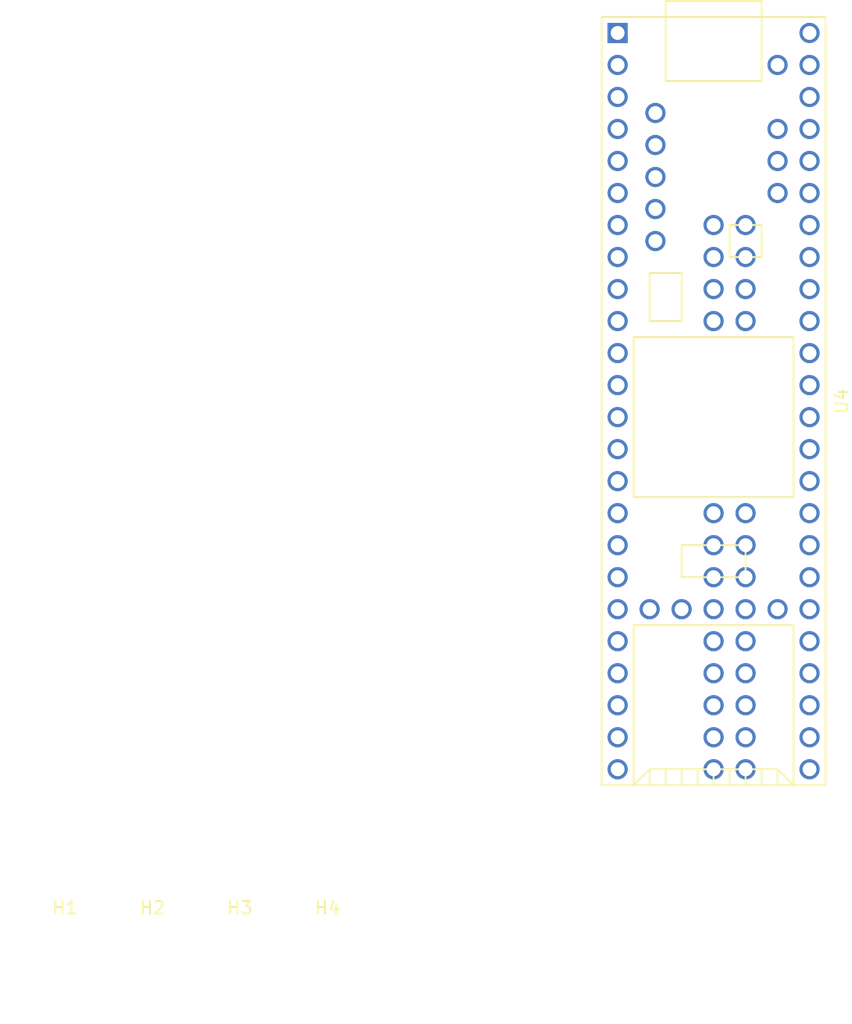
<source format=kicad_pcb>
(kicad_pcb (version 20171130) (host pcbnew "(5.0.1)-4")

  (general
    (thickness 1.6)
    (drawings 0)
    (tracks 0)
    (zones 0)
    (modules 5)
    (nets 86)
  )

  (page A4)
  (layers
    (0 F.Cu signal)
    (31 B.Cu signal)
    (32 B.Adhes user)
    (33 F.Adhes user)
    (34 B.Paste user)
    (35 F.Paste user)
    (36 B.SilkS user)
    (37 F.SilkS user)
    (38 B.Mask user)
    (39 F.Mask user)
    (40 Dwgs.User user)
    (41 Cmts.User user)
    (42 Eco1.User user)
    (43 Eco2.User user)
    (44 Edge.Cuts user)
    (45 Margin user)
    (46 B.CrtYd user)
    (47 F.CrtYd user)
    (48 B.Fab user)
    (49 F.Fab user)
  )

  (setup
    (last_trace_width 0.25)
    (trace_clearance 0.2)
    (zone_clearance 0.508)
    (zone_45_only no)
    (trace_min 0.2)
    (segment_width 0.2)
    (edge_width 0.15)
    (via_size 0.8)
    (via_drill 0.4)
    (via_min_size 0.4)
    (via_min_drill 0.3)
    (uvia_size 0.3)
    (uvia_drill 0.1)
    (uvias_allowed no)
    (uvia_min_size 0.2)
    (uvia_min_drill 0.1)
    (pcb_text_width 0.3)
    (pcb_text_size 1.5 1.5)
    (mod_edge_width 0.15)
    (mod_text_size 0.000001 0.000001)
    (mod_text_width 0.15)
    (pad_size 1.4 1.4)
    (pad_drill 0.6)
    (pad_to_mask_clearance 0.051)
    (solder_mask_min_width 0.25)
    (aux_axis_origin 0 0)
    (visible_elements FFFFFF7F)
    (pcbplotparams
      (layerselection 0x010fc_ffffffff)
      (usegerberextensions false)
      (usegerberattributes false)
      (usegerberadvancedattributes false)
      (creategerberjobfile false)
      (excludeedgelayer true)
      (linewidth 0.100000)
      (plotframeref false)
      (viasonmask false)
      (mode 1)
      (useauxorigin false)
      (hpglpennumber 1)
      (hpglpenspeed 20)
      (hpglpendiameter 15.000000)
      (psnegative false)
      (psa4output false)
      (plotreference true)
      (plotvalue true)
      (plotinvisibletext false)
      (padsonsilk false)
      (subtractmaskfromsilk false)
      (outputformat 1)
      (mirror false)
      (drillshape 1)
      (scaleselection 1)
      (outputdirectory ""))
  )

  (net 0 "")
  (net 1 "Net-(U4-Pad17)")
  (net 2 "Net-(U4-Pad18)")
  (net 3 "Net-(U4-Pad19)")
  (net 4 "Net-(U4-Pad20)")
  (net 5 "Net-(U4-Pad16)")
  (net 6 "Net-(U4-Pad15)")
  (net 7 "Net-(U4-Pad14)")
  (net 8 "Net-(U4-Pad21)")
  (net 9 "Net-(U4-Pad22)")
  (net 10 "Net-(U4-Pad23)")
  (net 11 "Net-(U4-Pad24)")
  (net 12 "Net-(U4-Pad25)")
  (net 13 "Net-(U4-Pad26)")
  (net 14 "Net-(U4-Pad27)")
  (net 15 "Net-(U4-Pad28)")
  (net 16 "Net-(U4-Pad29)")
  (net 17 "Net-(U4-Pad30)")
  (net 18 "Net-(U4-Pad31)")
  (net 19 "Net-(U4-Pad32)")
  (net 20 "Net-(U4-Pad33)")
  (net 21 "Net-(U4-Pad34)")
  (net 22 "Net-(U4-Pad35)")
  (net 23 "Net-(U4-Pad36)")
  (net 24 "Net-(U4-Pad37)")
  (net 25 "Net-(U4-Pad13)")
  (net 26 "Net-(U4-Pad12)")
  (net 27 "Net-(U4-Pad11)")
  (net 28 "Net-(U4-Pad10)")
  (net 29 "Net-(U4-Pad9)")
  (net 30 "Net-(U4-Pad8)")
  (net 31 "Net-(U4-Pad7)")
  (net 32 "Net-(U4-Pad6)")
  (net 33 "Net-(U4-Pad5)")
  (net 34 "Net-(U4-Pad4)")
  (net 35 "Net-(U4-Pad3)")
  (net 36 "Net-(U4-Pad2)")
  (net 37 GND)
  (net 38 "Net-(U4-Pad38)")
  (net 39 "Net-(U4-Pad39)")
  (net 40 "Net-(U4-Pad40)")
  (net 41 "Net-(U4-Pad41)")
  (net 42 "Net-(U4-Pad42)")
  (net 43 "Net-(U4-Pad43)")
  (net 44 "Net-(U4-Pad44)")
  (net 45 "Net-(U4-Pad45)")
  (net 46 "Net-(U4-Pad46)")
  (net 47 "Net-(U4-Pad47)")
  (net 48 "Net-(U4-Pad48)")
  (net 49 "Net-(U4-Pad49)")
  (net 50 "Net-(U4-Pad50)")
  (net 51 "Net-(U4-Pad51)")
  (net 52 "Net-(U4-Pad52)")
  (net 53 "Net-(U4-Pad53)")
  (net 54 "Net-(U4-Pad54)")
  (net 55 "Net-(U4-Pad55)")
  (net 56 "Net-(U4-Pad56)")
  (net 57 "Net-(U4-Pad57)")
  (net 58 "Net-(U4-Pad63)")
  (net 59 "Net-(U4-Pad64)")
  (net 60 "Net-(U4-Pad65)")
  (net 61 "Net-(U4-Pad66)")
  (net 62 "Net-(U4-Pad67)")
  (net 63 "Net-(U4-Pad68)")
  (net 64 "Net-(U4-Pad69)")
  (net 65 "Net-(U4-Pad70)")
  (net 66 "Net-(U4-Pad71)")
  (net 67 "Net-(U4-Pad72)")
  (net 68 "Net-(U4-Pad73)")
  (net 69 "Net-(U4-Pad74)")
  (net 70 "Net-(U4-Pad75)")
  (net 71 "Net-(U4-Pad76)")
  (net 72 "Net-(U4-Pad77)")
  (net 73 "Net-(U4-Pad78)")
  (net 74 "Net-(U4-Pad79)")
  (net 75 "Net-(U4-Pad80)")
  (net 76 "Net-(U4-Pad81)")
  (net 77 "Net-(U4-Pad82)")
  (net 78 "Net-(U4-Pad83)")
  (net 79 "Net-(U4-Pad84)")
  (net 80 "Net-(U4-Pad85)")
  (net 81 "Net-(U4-Pad86)")
  (net 82 "Net-(U4-Pad58)")
  (net 83 "Net-(U4-Pad59)")
  (net 84 "Net-(U4-Pad60)")
  (net 85 "Net-(U4-Pad61)")

  (net_class Default "This is the default net class."
    (clearance 0.2)
    (trace_width 0.25)
    (via_dia 0.8)
    (via_drill 0.4)
    (uvia_dia 0.3)
    (uvia_drill 0.1)
    (add_net GND)
    (add_net "Net-(U4-Pad10)")
    (add_net "Net-(U4-Pad11)")
    (add_net "Net-(U4-Pad12)")
    (add_net "Net-(U4-Pad13)")
    (add_net "Net-(U4-Pad14)")
    (add_net "Net-(U4-Pad15)")
    (add_net "Net-(U4-Pad16)")
    (add_net "Net-(U4-Pad17)")
    (add_net "Net-(U4-Pad18)")
    (add_net "Net-(U4-Pad19)")
    (add_net "Net-(U4-Pad2)")
    (add_net "Net-(U4-Pad20)")
    (add_net "Net-(U4-Pad21)")
    (add_net "Net-(U4-Pad22)")
    (add_net "Net-(U4-Pad23)")
    (add_net "Net-(U4-Pad24)")
    (add_net "Net-(U4-Pad25)")
    (add_net "Net-(U4-Pad26)")
    (add_net "Net-(U4-Pad27)")
    (add_net "Net-(U4-Pad28)")
    (add_net "Net-(U4-Pad29)")
    (add_net "Net-(U4-Pad3)")
    (add_net "Net-(U4-Pad30)")
    (add_net "Net-(U4-Pad31)")
    (add_net "Net-(U4-Pad32)")
    (add_net "Net-(U4-Pad33)")
    (add_net "Net-(U4-Pad34)")
    (add_net "Net-(U4-Pad35)")
    (add_net "Net-(U4-Pad36)")
    (add_net "Net-(U4-Pad37)")
    (add_net "Net-(U4-Pad38)")
    (add_net "Net-(U4-Pad39)")
    (add_net "Net-(U4-Pad4)")
    (add_net "Net-(U4-Pad40)")
    (add_net "Net-(U4-Pad41)")
    (add_net "Net-(U4-Pad42)")
    (add_net "Net-(U4-Pad43)")
    (add_net "Net-(U4-Pad44)")
    (add_net "Net-(U4-Pad45)")
    (add_net "Net-(U4-Pad46)")
    (add_net "Net-(U4-Pad47)")
    (add_net "Net-(U4-Pad48)")
    (add_net "Net-(U4-Pad49)")
    (add_net "Net-(U4-Pad5)")
    (add_net "Net-(U4-Pad50)")
    (add_net "Net-(U4-Pad51)")
    (add_net "Net-(U4-Pad52)")
    (add_net "Net-(U4-Pad53)")
    (add_net "Net-(U4-Pad54)")
    (add_net "Net-(U4-Pad55)")
    (add_net "Net-(U4-Pad56)")
    (add_net "Net-(U4-Pad57)")
    (add_net "Net-(U4-Pad58)")
    (add_net "Net-(U4-Pad59)")
    (add_net "Net-(U4-Pad6)")
    (add_net "Net-(U4-Pad60)")
    (add_net "Net-(U4-Pad61)")
    (add_net "Net-(U4-Pad63)")
    (add_net "Net-(U4-Pad64)")
    (add_net "Net-(U4-Pad65)")
    (add_net "Net-(U4-Pad66)")
    (add_net "Net-(U4-Pad67)")
    (add_net "Net-(U4-Pad68)")
    (add_net "Net-(U4-Pad69)")
    (add_net "Net-(U4-Pad7)")
    (add_net "Net-(U4-Pad70)")
    (add_net "Net-(U4-Pad71)")
    (add_net "Net-(U4-Pad72)")
    (add_net "Net-(U4-Pad73)")
    (add_net "Net-(U4-Pad74)")
    (add_net "Net-(U4-Pad75)")
    (add_net "Net-(U4-Pad76)")
    (add_net "Net-(U4-Pad77)")
    (add_net "Net-(U4-Pad78)")
    (add_net "Net-(U4-Pad79)")
    (add_net "Net-(U4-Pad8)")
    (add_net "Net-(U4-Pad80)")
    (add_net "Net-(U4-Pad81)")
    (add_net "Net-(U4-Pad82)")
    (add_net "Net-(U4-Pad83)")
    (add_net "Net-(U4-Pad84)")
    (add_net "Net-(U4-Pad85)")
    (add_net "Net-(U4-Pad86)")
    (add_net "Net-(U4-Pad9)")
  )

  (module MountingHole:MountingHole_3.2mm_M3 (layer F.Cu) (tedit 56D1B4CB) (tstamp 5CBED1CE)
    (at 124.475001 110.405001)
    (descr "Mounting Hole 3.2mm, no annular, M3")
    (tags "mounting hole 3.2mm no annular m3")
    (path /5CB701BB)
    (attr virtual)
    (fp_text reference H1 (at 0 -4.2) (layer F.SilkS)
      (effects (font (size 1 1) (thickness 0.15)))
    )
    (fp_text value MountingHole (at 0 4.2) (layer F.Fab)
      (effects (font (size 1 1) (thickness 0.15)))
    )
    (fp_text user %R (at 0.3 0) (layer F.Fab)
      (effects (font (size 1 1) (thickness 0.15)))
    )
    (fp_circle (center 0 0) (end 3.2 0) (layer Cmts.User) (width 0.15))
    (fp_circle (center 0 0) (end 3.45 0) (layer F.CrtYd) (width 0.05))
    (pad 1 np_thru_hole circle (at 0 0) (size 3.2 3.2) (drill 3.2) (layers *.Cu *.Mask))
  )

  (module MountingHole:MountingHole_3.2mm_M3 (layer F.Cu) (tedit 56D1B4CB) (tstamp 5CBED1D6)
    (at 131.425001 110.405001)
    (descr "Mounting Hole 3.2mm, no annular, M3")
    (tags "mounting hole 3.2mm no annular m3")
    (path /5CB704E4)
    (attr virtual)
    (fp_text reference H2 (at 0 -4.2) (layer F.SilkS)
      (effects (font (size 1 1) (thickness 0.15)))
    )
    (fp_text value MountingHole (at 0 4.2) (layer F.Fab)
      (effects (font (size 1 1) (thickness 0.15)))
    )
    (fp_circle (center 0 0) (end 3.45 0) (layer F.CrtYd) (width 0.05))
    (fp_circle (center 0 0) (end 3.2 0) (layer Cmts.User) (width 0.15))
    (fp_text user %R (at 0.3 0) (layer F.Fab)
      (effects (font (size 1 1) (thickness 0.15)))
    )
    (pad 1 np_thru_hole circle (at 0 0) (size 3.2 3.2) (drill 3.2) (layers *.Cu *.Mask))
  )

  (module MountingHole:MountingHole_3.2mm_M3 (layer F.Cu) (tedit 56D1B4CB) (tstamp 5CBED1DE)
    (at 138.375001 110.405001)
    (descr "Mounting Hole 3.2mm, no annular, M3")
    (tags "mounting hole 3.2mm no annular m3")
    (path /5CB70540)
    (attr virtual)
    (fp_text reference H3 (at 0 -4.2) (layer F.SilkS)
      (effects (font (size 1 1) (thickness 0.15)))
    )
    (fp_text value MountingHole (at 0 4.2) (layer F.Fab)
      (effects (font (size 1 1) (thickness 0.15)))
    )
    (fp_text user %R (at 0.3 0) (layer F.Fab)
      (effects (font (size 1 1) (thickness 0.15)))
    )
    (fp_circle (center 0 0) (end 3.2 0) (layer Cmts.User) (width 0.15))
    (fp_circle (center 0 0) (end 3.45 0) (layer F.CrtYd) (width 0.05))
    (pad 1 np_thru_hole circle (at 0 0) (size 3.2 3.2) (drill 3.2) (layers *.Cu *.Mask))
  )

  (module MountingHole:MountingHole_3.2mm_M3 (layer F.Cu) (tedit 56D1B4CB) (tstamp 5CBED1E6)
    (at 145.325001 110.405001)
    (descr "Mounting Hole 3.2mm, no annular, M3")
    (tags "mounting hole 3.2mm no annular m3")
    (path /5CB70598)
    (attr virtual)
    (fp_text reference H4 (at 0 -4.2) (layer F.SilkS)
      (effects (font (size 1 1) (thickness 0.15)))
    )
    (fp_text value MountingHole (at 0 4.2) (layer F.Fab)
      (effects (font (size 1 1) (thickness 0.15)))
    )
    (fp_circle (center 0 0) (end 3.45 0) (layer F.CrtYd) (width 0.05))
    (fp_circle (center 0 0) (end 3.2 0) (layer Cmts.User) (width 0.15))
    (fp_text user %R (at 0.3 0) (layer F.Fab)
      (effects (font (size 1 1) (thickness 0.15)))
    )
    (pad 1 np_thru_hole circle (at 0 0) (size 3.2 3.2) (drill 3.2) (layers *.Cu *.Mask))
  )

  (module teensy:Teensy35_36 (layer F.Cu) (tedit 58E3CF68) (tstamp 5CBED269)
    (at 176 66 270)
    (path /5CB5B701)
    (fp_text reference U4 (at 0 -10.16 270) (layer F.SilkS)
      (effects (font (size 1 1) (thickness 0.15)))
    )
    (fp_text value Teensy3.6 (at 0 10.16 270) (layer F.Fab)
      (effects (font (size 1 1) (thickness 0.15)))
    )
    (fp_line (start -13.97 -3.81) (end -13.97 -1.27) (layer F.SilkS) (width 0.15))
    (fp_line (start -13.97 -1.27) (end -11.43 -1.27) (layer F.SilkS) (width 0.15))
    (fp_line (start -11.43 -1.27) (end -11.43 -3.81) (layer F.SilkS) (width 0.15))
    (fp_line (start -11.43 -3.81) (end -13.97 -3.81) (layer F.SilkS) (width 0.15))
    (fp_line (start -6.35 5.08) (end -10.16 5.08) (layer F.SilkS) (width 0.15))
    (fp_line (start -10.16 5.08) (end -10.16 2.54) (layer F.SilkS) (width 0.15))
    (fp_line (start -10.16 2.54) (end -6.35 2.54) (layer F.SilkS) (width 0.15))
    (fp_line (start -6.35 2.54) (end -6.35 5.08) (layer F.SilkS) (width 0.15))
    (fp_line (start 7.62 6.35) (end 7.62 -6.35) (layer F.SilkS) (width 0.15))
    (fp_line (start -5.08 -6.35) (end -5.08 6.35) (layer F.SilkS) (width 0.15))
    (fp_line (start -5.08 6.35) (end 7.62 6.35) (layer F.SilkS) (width 0.15))
    (fp_line (start -5.08 -6.35) (end 7.62 -6.35) (layer F.SilkS) (width 0.15))
    (fp_line (start 29.21 5.08) (end 30.48 5.08) (layer F.SilkS) (width 0.15))
    (fp_line (start 29.21 3.81) (end 30.48 3.81) (layer F.SilkS) (width 0.15))
    (fp_line (start 29.21 2.54) (end 30.48 2.54) (layer F.SilkS) (width 0.15))
    (fp_line (start 29.21 1.27) (end 30.48 1.27) (layer F.SilkS) (width 0.15))
    (fp_line (start 29.21 0) (end 30.48 0) (layer F.SilkS) (width 0.15))
    (fp_line (start 29.21 -1.27) (end 30.48 -1.27) (layer F.SilkS) (width 0.15))
    (fp_line (start 29.21 -2.54) (end 30.48 -2.54) (layer F.SilkS) (width 0.15))
    (fp_line (start 29.21 -3.81) (end 30.48 -3.81) (layer F.SilkS) (width 0.15))
    (fp_line (start 29.21 -5.08) (end 30.48 -5.08) (layer F.SilkS) (width 0.15))
    (fp_line (start 30.48 6.35) (end 29.21 5.08) (layer F.SilkS) (width 0.15))
    (fp_line (start 29.21 5.08) (end 29.21 -5.08) (layer F.SilkS) (width 0.15))
    (fp_line (start 29.21 -5.08) (end 30.48 -6.35) (layer F.SilkS) (width 0.15))
    (fp_line (start 30.48 -6.35) (end 17.78 -6.35) (layer F.SilkS) (width 0.15))
    (fp_line (start 17.78 -6.35) (end 17.78 6.35) (layer F.SilkS) (width 0.15))
    (fp_line (start 17.78 6.35) (end 30.48 6.35) (layer F.SilkS) (width 0.15))
    (fp_line (start 30.48 -8.89) (end -30.48 -8.89) (layer F.SilkS) (width 0.15))
    (fp_line (start -30.48 8.89) (end 30.48 8.89) (layer F.SilkS) (width 0.15))
    (fp_line (start -30.48 3.81) (end -31.75 3.81) (layer F.SilkS) (width 0.15))
    (fp_line (start -31.75 3.81) (end -31.75 -3.81) (layer F.SilkS) (width 0.15))
    (fp_line (start -31.75 -3.81) (end -30.48 -3.81) (layer F.SilkS) (width 0.15))
    (fp_line (start -25.4 3.81) (end -25.4 -3.81) (layer F.SilkS) (width 0.15))
    (fp_line (start -25.4 -3.81) (end -30.48 -3.81) (layer F.SilkS) (width 0.15))
    (fp_line (start -25.4 3.81) (end -30.48 3.81) (layer F.SilkS) (width 0.15))
    (fp_line (start 13.97 -2.54) (end 13.97 2.54) (layer F.SilkS) (width 0.15))
    (fp_line (start 13.97 2.54) (end 11.43 2.54) (layer F.SilkS) (width 0.15))
    (fp_line (start 11.43 2.54) (end 11.43 -2.54) (layer F.SilkS) (width 0.15))
    (fp_line (start 11.43 -2.54) (end 13.97 -2.54) (layer F.SilkS) (width 0.15))
    (fp_line (start 30.48 -8.89) (end 30.48 8.89) (layer F.SilkS) (width 0.15))
    (fp_line (start -30.48 8.89) (end -30.48 -8.89) (layer F.SilkS) (width 0.15))
    (pad 17 thru_hole circle (at 11.43 7.62 270) (size 1.6 1.6) (drill 1.1) (layers *.Cu *.Mask)
      (net 1 "Net-(U4-Pad17)"))
    (pad 18 thru_hole circle (at 13.97 7.62 270) (size 1.6 1.6) (drill 1.1) (layers *.Cu *.Mask)
      (net 2 "Net-(U4-Pad18)"))
    (pad 19 thru_hole circle (at 16.51 7.62 270) (size 1.6 1.6) (drill 1.1) (layers *.Cu *.Mask)
      (net 3 "Net-(U4-Pad19)"))
    (pad 20 thru_hole circle (at 19.05 7.62 270) (size 1.6 1.6) (drill 1.1) (layers *.Cu *.Mask)
      (net 4 "Net-(U4-Pad20)"))
    (pad 16 thru_hole circle (at 8.89 7.62 270) (size 1.6 1.6) (drill 1.1) (layers *.Cu *.Mask)
      (net 5 "Net-(U4-Pad16)"))
    (pad 15 thru_hole circle (at 6.35 7.62 270) (size 1.6 1.6) (drill 1.1) (layers *.Cu *.Mask)
      (net 6 "Net-(U4-Pad15)"))
    (pad 14 thru_hole circle (at 3.81 7.62 270) (size 1.6 1.6) (drill 1.1) (layers *.Cu *.Mask)
      (net 7 "Net-(U4-Pad14)"))
    (pad 21 thru_hole circle (at 21.59 7.62 270) (size 1.6 1.6) (drill 1.1) (layers *.Cu *.Mask)
      (net 8 "Net-(U4-Pad21)"))
    (pad 22 thru_hole circle (at 24.13 7.62 270) (size 1.6 1.6) (drill 1.1) (layers *.Cu *.Mask)
      (net 9 "Net-(U4-Pad22)"))
    (pad 23 thru_hole circle (at 26.67 7.62 270) (size 1.6 1.6) (drill 1.1) (layers *.Cu *.Mask)
      (net 10 "Net-(U4-Pad23)"))
    (pad 24 thru_hole circle (at 29.21 7.62 270) (size 1.6 1.6) (drill 1.1) (layers *.Cu *.Mask)
      (net 11 "Net-(U4-Pad24)"))
    (pad 25 thru_hole circle (at 16.51 5.08 270) (size 1.6 1.6) (drill 1.1) (layers *.Cu *.Mask)
      (net 12 "Net-(U4-Pad25)"))
    (pad 26 thru_hole circle (at 16.51 2.54 270) (size 1.6 1.6) (drill 1.1) (layers *.Cu *.Mask)
      (net 13 "Net-(U4-Pad26)"))
    (pad 27 thru_hole circle (at 16.51 0 270) (size 1.6 1.6) (drill 1.1) (layers *.Cu *.Mask)
      (net 14 "Net-(U4-Pad27)"))
    (pad 28 thru_hole circle (at 16.51 -2.54 270) (size 1.6 1.6) (drill 1.1) (layers *.Cu *.Mask)
      (net 15 "Net-(U4-Pad28)"))
    (pad 29 thru_hole circle (at 16.51 -5.08 270) (size 1.6 1.6) (drill 1.1) (layers *.Cu *.Mask)
      (net 16 "Net-(U4-Pad29)"))
    (pad 30 thru_hole circle (at 29.21 -7.62 270) (size 1.6 1.6) (drill 1.1) (layers *.Cu *.Mask)
      (net 17 "Net-(U4-Pad30)"))
    (pad 31 thru_hole circle (at 26.67 -7.62 270) (size 1.6 1.6) (drill 1.1) (layers *.Cu *.Mask)
      (net 18 "Net-(U4-Pad31)"))
    (pad 32 thru_hole circle (at 24.13 -7.62 270) (size 1.6 1.6) (drill 1.1) (layers *.Cu *.Mask)
      (net 19 "Net-(U4-Pad32)"))
    (pad 33 thru_hole circle (at 21.59 -7.62 270) (size 1.6 1.6) (drill 1.1) (layers *.Cu *.Mask)
      (net 20 "Net-(U4-Pad33)"))
    (pad 34 thru_hole circle (at 19.05 -7.62 270) (size 1.6 1.6) (drill 1.1) (layers *.Cu *.Mask)
      (net 21 "Net-(U4-Pad34)"))
    (pad 35 thru_hole circle (at 16.51 -7.62 270) (size 1.6 1.6) (drill 1.1) (layers *.Cu *.Mask)
      (net 22 "Net-(U4-Pad35)"))
    (pad 36 thru_hole circle (at 13.97 -7.62 270) (size 1.6 1.6) (drill 1.1) (layers *.Cu *.Mask)
      (net 23 "Net-(U4-Pad36)"))
    (pad 37 thru_hole circle (at 11.43 -7.62 270) (size 1.6 1.6) (drill 1.1) (layers *.Cu *.Mask)
      (net 24 "Net-(U4-Pad37)"))
    (pad 13 thru_hole circle (at 1.27 7.62 270) (size 1.6 1.6) (drill 1.1) (layers *.Cu *.Mask)
      (net 25 "Net-(U4-Pad13)"))
    (pad 12 thru_hole circle (at -1.27 7.62 270) (size 1.6 1.6) (drill 1.1) (layers *.Cu *.Mask)
      (net 26 "Net-(U4-Pad12)"))
    (pad 11 thru_hole circle (at -3.81 7.62 270) (size 1.6 1.6) (drill 1.1) (layers *.Cu *.Mask)
      (net 27 "Net-(U4-Pad11)"))
    (pad 10 thru_hole circle (at -6.35 7.62 270) (size 1.6 1.6) (drill 1.1) (layers *.Cu *.Mask)
      (net 28 "Net-(U4-Pad10)"))
    (pad 9 thru_hole circle (at -8.89 7.62 270) (size 1.6 1.6) (drill 1.1) (layers *.Cu *.Mask)
      (net 29 "Net-(U4-Pad9)"))
    (pad 8 thru_hole circle (at -11.43 7.62 270) (size 1.6 1.6) (drill 1.1) (layers *.Cu *.Mask)
      (net 30 "Net-(U4-Pad8)"))
    (pad 7 thru_hole circle (at -13.97 7.62 270) (size 1.6 1.6) (drill 1.1) (layers *.Cu *.Mask)
      (net 31 "Net-(U4-Pad7)"))
    (pad 6 thru_hole circle (at -16.51 7.62 270) (size 1.6 1.6) (drill 1.1) (layers *.Cu *.Mask)
      (net 32 "Net-(U4-Pad6)"))
    (pad 5 thru_hole circle (at -19.05 7.62 270) (size 1.6 1.6) (drill 1.1) (layers *.Cu *.Mask)
      (net 33 "Net-(U4-Pad5)"))
    (pad 4 thru_hole circle (at -21.59 7.62 270) (size 1.6 1.6) (drill 1.1) (layers *.Cu *.Mask)
      (net 34 "Net-(U4-Pad4)"))
    (pad 3 thru_hole circle (at -24.13 7.62 270) (size 1.6 1.6) (drill 1.1) (layers *.Cu *.Mask)
      (net 35 "Net-(U4-Pad3)"))
    (pad 2 thru_hole circle (at -26.67 7.62 270) (size 1.6 1.6) (drill 1.1) (layers *.Cu *.Mask)
      (net 36 "Net-(U4-Pad2)"))
    (pad 1 thru_hole rect (at -29.21 7.62 270) (size 1.6 1.6) (drill 1.1) (layers *.Cu *.Mask)
      (net 37 GND))
    (pad 38 thru_hole circle (at 8.89 -7.62 270) (size 1.6 1.6) (drill 1.1) (layers *.Cu *.Mask)
      (net 38 "Net-(U4-Pad38)"))
    (pad 39 thru_hole circle (at 6.35 -7.62 270) (size 1.6 1.6) (drill 1.1) (layers *.Cu *.Mask)
      (net 39 "Net-(U4-Pad39)"))
    (pad 40 thru_hole circle (at 3.81 -7.62 270) (size 1.6 1.6) (drill 1.1) (layers *.Cu *.Mask)
      (net 40 "Net-(U4-Pad40)"))
    (pad 41 thru_hole circle (at 1.27 -7.62 270) (size 1.6 1.6) (drill 1.1) (layers *.Cu *.Mask)
      (net 41 "Net-(U4-Pad41)"))
    (pad 42 thru_hole circle (at -1.27 -7.62 270) (size 1.6 1.6) (drill 1.1) (layers *.Cu *.Mask)
      (net 42 "Net-(U4-Pad42)"))
    (pad 43 thru_hole circle (at -3.81 -7.62 270) (size 1.6 1.6) (drill 1.1) (layers *.Cu *.Mask)
      (net 43 "Net-(U4-Pad43)"))
    (pad 44 thru_hole circle (at -6.35 -7.62 270) (size 1.6 1.6) (drill 1.1) (layers *.Cu *.Mask)
      (net 44 "Net-(U4-Pad44)"))
    (pad 45 thru_hole circle (at -8.89 -7.62 270) (size 1.6 1.6) (drill 1.1) (layers *.Cu *.Mask)
      (net 45 "Net-(U4-Pad45)"))
    (pad 46 thru_hole circle (at -11.43 -7.62 270) (size 1.6 1.6) (drill 1.1) (layers *.Cu *.Mask)
      (net 46 "Net-(U4-Pad46)"))
    (pad 47 thru_hole circle (at -13.97 -7.62 270) (size 1.6 1.6) (drill 1.1) (layers *.Cu *.Mask)
      (net 47 "Net-(U4-Pad47)"))
    (pad 48 thru_hole circle (at -16.51 -7.62 270) (size 1.6 1.6) (drill 1.1) (layers *.Cu *.Mask)
      (net 48 "Net-(U4-Pad48)"))
    (pad 49 thru_hole circle (at -19.05 -7.62 270) (size 1.6 1.6) (drill 1.1) (layers *.Cu *.Mask)
      (net 49 "Net-(U4-Pad49)"))
    (pad 50 thru_hole circle (at -21.59 -7.62 270) (size 1.6 1.6) (drill 1.1) (layers *.Cu *.Mask)
      (net 50 "Net-(U4-Pad50)"))
    (pad 51 thru_hole circle (at -24.13 -7.62 270) (size 1.6 1.6) (drill 1.1) (layers *.Cu *.Mask)
      (net 51 "Net-(U4-Pad51)"))
    (pad 52 thru_hole circle (at -26.67 -7.62 270) (size 1.6 1.6) (drill 1.1) (layers *.Cu *.Mask)
      (net 52 "Net-(U4-Pad52)"))
    (pad 53 thru_hole circle (at -29.21 -7.62 270) (size 1.6 1.6) (drill 1.1) (layers *.Cu *.Mask)
      (net 53 "Net-(U4-Pad53)"))
    (pad 54 thru_hole circle (at -26.67 -5.08 270) (size 1.6 1.6) (drill 1.1) (layers *.Cu *.Mask)
      (net 54 "Net-(U4-Pad54)"))
    (pad 55 thru_hole circle (at -21.59 -5.08 270) (size 1.6 1.6) (drill 1.1) (layers *.Cu *.Mask)
      (net 55 "Net-(U4-Pad55)"))
    (pad 56 thru_hole circle (at -19.05 -5.08 270) (size 1.6 1.6) (drill 1.1) (layers *.Cu *.Mask)
      (net 56 "Net-(U4-Pad56)"))
    (pad 57 thru_hole circle (at -16.51 -5.08 270) (size 1.6 1.6) (drill 1.1) (layers *.Cu *.Mask)
      (net 57 "Net-(U4-Pad57)"))
    (pad 63 thru_hole circle (at -13.97 0 270) (size 1.6 1.6) (drill 1.1) (layers *.Cu *.Mask)
      (net 58 "Net-(U4-Pad63)"))
    (pad 64 thru_hole circle (at -11.43 0 270) (size 1.6 1.6) (drill 1.1) (layers *.Cu *.Mask)
      (net 59 "Net-(U4-Pad64)"))
    (pad 65 thru_hole circle (at -8.89 0 270) (size 1.6 1.6) (drill 1.1) (layers *.Cu *.Mask)
      (net 60 "Net-(U4-Pad65)"))
    (pad 66 thru_hole circle (at -6.35 0 270) (size 1.6 1.6) (drill 1.1) (layers *.Cu *.Mask)
      (net 61 "Net-(U4-Pad66)"))
    (pad 67 thru_hole circle (at 8.89 0 270) (size 1.6 1.6) (drill 1.1) (layers *.Cu *.Mask)
      (net 62 "Net-(U4-Pad67)"))
    (pad 68 thru_hole circle (at 11.43 0 270) (size 1.6 1.6) (drill 1.1) (layers *.Cu *.Mask)
      (net 63 "Net-(U4-Pad68)"))
    (pad 69 thru_hole circle (at 13.97 0 270) (size 1.6 1.6) (drill 1.1) (layers *.Cu *.Mask)
      (net 64 "Net-(U4-Pad69)"))
    (pad 70 thru_hole circle (at 19.05 0 270) (size 1.6 1.6) (drill 1.1) (layers *.Cu *.Mask)
      (net 65 "Net-(U4-Pad70)"))
    (pad 71 thru_hole circle (at 21.59 0 270) (size 1.6 1.6) (drill 1.1) (layers *.Cu *.Mask)
      (net 66 "Net-(U4-Pad71)"))
    (pad 72 thru_hole circle (at 24.13 0 270) (size 1.6 1.6) (drill 1.1) (layers *.Cu *.Mask)
      (net 67 "Net-(U4-Pad72)"))
    (pad 73 thru_hole circle (at 26.67 0 270) (size 1.6 1.6) (drill 1.1) (layers *.Cu *.Mask)
      (net 68 "Net-(U4-Pad73)"))
    (pad 74 thru_hole circle (at 29.21 0 270) (size 1.6 1.6) (drill 1.1) (layers *.Cu *.Mask)
      (net 69 "Net-(U4-Pad74)"))
    (pad 75 thru_hole circle (at 29.21 -2.54 270) (size 1.6 1.6) (drill 1.1) (layers *.Cu *.Mask)
      (net 70 "Net-(U4-Pad75)"))
    (pad 76 thru_hole circle (at 26.67 -2.54 270) (size 1.6 1.6) (drill 1.1) (layers *.Cu *.Mask)
      (net 71 "Net-(U4-Pad76)"))
    (pad 77 thru_hole circle (at 24.13 -2.54 270) (size 1.6 1.6) (drill 1.1) (layers *.Cu *.Mask)
      (net 72 "Net-(U4-Pad77)"))
    (pad 78 thru_hole circle (at 21.59 -2.54 270) (size 1.6 1.6) (drill 1.1) (layers *.Cu *.Mask)
      (net 73 "Net-(U4-Pad78)"))
    (pad 79 thru_hole circle (at 19.05 -2.54 270) (size 1.6 1.6) (drill 1.1) (layers *.Cu *.Mask)
      (net 74 "Net-(U4-Pad79)"))
    (pad 80 thru_hole circle (at 13.97 -2.54 270) (size 1.6 1.6) (drill 1.1) (layers *.Cu *.Mask)
      (net 75 "Net-(U4-Pad80)"))
    (pad 81 thru_hole circle (at 11.43 -2.54 270) (size 1.6 1.6) (drill 1.1) (layers *.Cu *.Mask)
      (net 76 "Net-(U4-Pad81)"))
    (pad 82 thru_hole circle (at 8.89 -2.54 270) (size 1.6 1.6) (drill 1.1) (layers *.Cu *.Mask)
      (net 77 "Net-(U4-Pad82)"))
    (pad 83 thru_hole circle (at -6.35 -2.54 270) (size 1.6 1.6) (drill 1.1) (layers *.Cu *.Mask)
      (net 78 "Net-(U4-Pad83)"))
    (pad 84 thru_hole circle (at -8.89 -2.54 270) (size 1.6 1.6) (drill 1.1) (layers *.Cu *.Mask)
      (net 79 "Net-(U4-Pad84)"))
    (pad 85 thru_hole circle (at -11.43 -2.54 270) (size 1.6 1.6) (drill 1.1) (layers *.Cu *.Mask)
      (net 80 "Net-(U4-Pad85)"))
    (pad 86 thru_hole circle (at -13.97 -2.54 270) (size 1.6 1.6) (drill 1.1) (layers *.Cu *.Mask)
      (net 81 "Net-(U4-Pad86)"))
    (pad 58 thru_hole circle (at -22.86 4.62 270) (size 1.6 1.6) (drill 1.1) (layers *.Cu *.Mask)
      (net 82 "Net-(U4-Pad58)"))
    (pad 59 thru_hole circle (at -20.32 4.62 270) (size 1.6 1.6) (drill 1.1) (layers *.Cu *.Mask)
      (net 83 "Net-(U4-Pad59)"))
    (pad 60 thru_hole circle (at -17.78 4.62 270) (size 1.6 1.6) (drill 1.1) (layers *.Cu *.Mask)
      (net 84 "Net-(U4-Pad60)"))
    (pad 61 thru_hole circle (at -15.24 4.62 270) (size 1.6 1.6) (drill 1.1) (layers *.Cu *.Mask)
      (net 85 "Net-(U4-Pad61)"))
    (pad 62 thru_hole circle (at -12.7 4.62 270) (size 1.6 1.6) (drill 1.1) (layers *.Cu *.Mask)
      (net 37 GND))
  )

)

</source>
